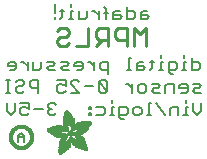
<source format=gbr>
G04 EAGLE Gerber RS-274X export*
G75*
%MOMM*%
%FSLAX34Y34*%
%LPD*%
%INSilkscreen Bottom*%
%IPPOS*%
%AMOC8*
5,1,8,0,0,1.08239X$1,22.5*%
G01*
%ADD10C,0.203200*%
%ADD11C,0.254000*%
%ADD12R,0.050800X0.006300*%
%ADD13R,0.082600X0.006400*%
%ADD14R,0.120600X0.006300*%
%ADD15R,0.139700X0.006400*%
%ADD16R,0.158800X0.006300*%
%ADD17R,0.177800X0.006400*%
%ADD18R,0.196800X0.006300*%
%ADD19R,0.215900X0.006400*%
%ADD20R,0.228600X0.006300*%
%ADD21R,0.241300X0.006400*%
%ADD22R,0.254000X0.006300*%
%ADD23R,0.266700X0.006400*%
%ADD24R,0.279400X0.006300*%
%ADD25R,0.285700X0.006400*%
%ADD26R,0.298400X0.006300*%
%ADD27R,0.311200X0.006400*%
%ADD28R,0.317500X0.006300*%
%ADD29R,0.330200X0.006400*%
%ADD30R,0.336600X0.006300*%
%ADD31R,0.349200X0.006400*%
%ADD32R,0.361900X0.006300*%
%ADD33R,0.368300X0.006400*%
%ADD34R,0.381000X0.006300*%
%ADD35R,0.387300X0.006400*%
%ADD36R,0.393700X0.006300*%
%ADD37R,0.406400X0.006400*%
%ADD38R,0.412700X0.006300*%
%ADD39R,0.419100X0.006400*%
%ADD40R,0.431800X0.006300*%
%ADD41R,0.438100X0.006400*%
%ADD42R,0.450800X0.006300*%
%ADD43R,0.457200X0.006400*%
%ADD44R,0.463500X0.006300*%
%ADD45R,0.476200X0.006400*%
%ADD46R,0.482600X0.006300*%
%ADD47R,0.488900X0.006400*%
%ADD48R,0.501600X0.006300*%
%ADD49R,0.508000X0.006400*%
%ADD50R,0.514300X0.006300*%
%ADD51R,0.527000X0.006400*%
%ADD52R,0.533400X0.006300*%
%ADD53R,0.546100X0.006400*%
%ADD54R,0.552400X0.006300*%
%ADD55R,0.558800X0.006400*%
%ADD56R,0.571500X0.006300*%
%ADD57R,0.577800X0.006400*%
%ADD58R,0.584200X0.006300*%
%ADD59R,0.596900X0.006400*%
%ADD60R,0.603200X0.006300*%
%ADD61R,0.609600X0.006400*%
%ADD62R,0.622300X0.006300*%
%ADD63R,0.628600X0.006400*%
%ADD64R,0.641300X0.006300*%
%ADD65R,0.647700X0.006400*%
%ADD66R,0.063500X0.006300*%
%ADD67R,0.654000X0.006300*%
%ADD68R,0.101600X0.006400*%
%ADD69R,0.666700X0.006400*%
%ADD70R,0.139700X0.006300*%
%ADD71R,0.673100X0.006300*%
%ADD72R,0.165100X0.006400*%
%ADD73R,0.679400X0.006400*%
%ADD74R,0.196900X0.006300*%
%ADD75R,0.692100X0.006300*%
%ADD76R,0.222200X0.006400*%
%ADD77R,0.698500X0.006400*%
%ADD78R,0.247700X0.006300*%
%ADD79R,0.704800X0.006300*%
%ADD80R,0.279400X0.006400*%
%ADD81R,0.717500X0.006400*%
%ADD82R,0.298500X0.006300*%
%ADD83R,0.723900X0.006300*%
%ADD84R,0.736600X0.006400*%
%ADD85R,0.342900X0.006300*%
%ADD86R,0.742900X0.006300*%
%ADD87R,0.374700X0.006400*%
%ADD88R,0.749300X0.006400*%
%ADD89R,0.762000X0.006300*%
%ADD90R,0.412700X0.006400*%
%ADD91R,0.768300X0.006400*%
%ADD92R,0.438100X0.006300*%
%ADD93R,0.774700X0.006300*%
%ADD94R,0.463600X0.006400*%
%ADD95R,0.787400X0.006400*%
%ADD96R,0.793700X0.006300*%
%ADD97R,0.495300X0.006400*%
%ADD98R,0.800100X0.006400*%
%ADD99R,0.520700X0.006300*%
%ADD100R,0.812800X0.006300*%
%ADD101R,0.533400X0.006400*%
%ADD102R,0.819100X0.006400*%
%ADD103R,0.558800X0.006300*%
%ADD104R,0.825500X0.006300*%
%ADD105R,0.577900X0.006400*%
%ADD106R,0.831800X0.006400*%
%ADD107R,0.596900X0.006300*%
%ADD108R,0.844500X0.006300*%
%ADD109R,0.616000X0.006400*%
%ADD110R,0.850900X0.006400*%
%ADD111R,0.635000X0.006300*%
%ADD112R,0.857200X0.006300*%
%ADD113R,0.654100X0.006400*%
%ADD114R,0.863600X0.006400*%
%ADD115R,0.666700X0.006300*%
%ADD116R,0.869900X0.006300*%
%ADD117R,0.685800X0.006400*%
%ADD118R,0.876300X0.006400*%
%ADD119R,0.882600X0.006300*%
%ADD120R,0.723900X0.006400*%
%ADD121R,0.889000X0.006400*%
%ADD122R,0.895300X0.006300*%
%ADD123R,0.755700X0.006400*%
%ADD124R,0.901700X0.006400*%
%ADD125R,0.908000X0.006300*%
%ADD126R,0.793800X0.006400*%
%ADD127R,0.914400X0.006400*%
%ADD128R,0.806400X0.006300*%
%ADD129R,0.920700X0.006300*%
%ADD130R,0.825500X0.006400*%
%ADD131R,0.927100X0.006400*%
%ADD132R,0.933400X0.006300*%
%ADD133R,0.857300X0.006400*%
%ADD134R,0.939800X0.006400*%
%ADD135R,0.870000X0.006300*%
%ADD136R,0.939800X0.006300*%
%ADD137R,0.946100X0.006400*%
%ADD138R,0.952500X0.006300*%
%ADD139R,0.908000X0.006400*%
%ADD140R,0.958800X0.006400*%
%ADD141R,0.965200X0.006300*%
%ADD142R,0.965200X0.006400*%
%ADD143R,0.971500X0.006300*%
%ADD144R,0.952500X0.006400*%
%ADD145R,0.977900X0.006400*%
%ADD146R,0.958800X0.006300*%
%ADD147R,0.984200X0.006300*%
%ADD148R,0.971500X0.006400*%
%ADD149R,0.984200X0.006400*%
%ADD150R,0.990600X0.006300*%
%ADD151R,0.984300X0.006400*%
%ADD152R,0.996900X0.006400*%
%ADD153R,0.997000X0.006300*%
%ADD154R,0.996900X0.006300*%
%ADD155R,1.003300X0.006400*%
%ADD156R,1.016000X0.006300*%
%ADD157R,1.009600X0.006300*%
%ADD158R,1.016000X0.006400*%
%ADD159R,1.009600X0.006400*%
%ADD160R,1.022300X0.006300*%
%ADD161R,1.028700X0.006400*%
%ADD162R,1.035100X0.006300*%
%ADD163R,1.047800X0.006400*%
%ADD164R,1.054100X0.006300*%
%ADD165R,1.028700X0.006300*%
%ADD166R,1.054100X0.006400*%
%ADD167R,1.035000X0.006400*%
%ADD168R,1.060400X0.006300*%
%ADD169R,1.035000X0.006300*%
%ADD170R,1.060500X0.006400*%
%ADD171R,1.041400X0.006400*%
%ADD172R,1.066800X0.006300*%
%ADD173R,1.041400X0.006300*%
%ADD174R,1.079500X0.006400*%
%ADD175R,1.047700X0.006400*%
%ADD176R,1.085900X0.006300*%
%ADD177R,1.047700X0.006300*%
%ADD178R,1.085800X0.006400*%
%ADD179R,1.092200X0.006300*%
%ADD180R,1.085900X0.006400*%
%ADD181R,1.098600X0.006300*%
%ADD182R,1.098600X0.006400*%
%ADD183R,1.060400X0.006400*%
%ADD184R,1.104900X0.006300*%
%ADD185R,1.104900X0.006400*%
%ADD186R,1.066800X0.006400*%
%ADD187R,1.111200X0.006300*%
%ADD188R,1.117600X0.006400*%
%ADD189R,1.117600X0.006300*%
%ADD190R,1.073100X0.006300*%
%ADD191R,1.073100X0.006400*%
%ADD192R,1.124000X0.006300*%
%ADD193R,1.079500X0.006300*%
%ADD194R,1.123900X0.006400*%
%ADD195R,1.130300X0.006300*%
%ADD196R,1.130300X0.006400*%
%ADD197R,1.136700X0.006400*%
%ADD198R,1.136700X0.006300*%
%ADD199R,1.085800X0.006300*%
%ADD200R,1.136600X0.006400*%
%ADD201R,1.136600X0.006300*%
%ADD202R,1.143000X0.006400*%
%ADD203R,1.143000X0.006300*%
%ADD204R,1.149400X0.006300*%
%ADD205R,1.149300X0.006300*%
%ADD206R,1.149300X0.006400*%
%ADD207R,1.149400X0.006400*%
%ADD208R,1.155700X0.006400*%
%ADD209R,1.155700X0.006300*%
%ADD210R,1.060500X0.006300*%
%ADD211R,2.197100X0.006400*%
%ADD212R,2.197100X0.006300*%
%ADD213R,2.184400X0.006300*%
%ADD214R,2.184400X0.006400*%
%ADD215R,2.171700X0.006400*%
%ADD216R,2.171700X0.006300*%
%ADD217R,1.530300X0.006400*%
%ADD218R,1.505000X0.006300*%
%ADD219R,1.492300X0.006400*%
%ADD220R,1.485900X0.006300*%
%ADD221R,0.565200X0.006300*%
%ADD222R,1.473200X0.006400*%
%ADD223R,0.565200X0.006400*%
%ADD224R,1.460500X0.006300*%
%ADD225R,1.454100X0.006400*%
%ADD226R,0.552400X0.006400*%
%ADD227R,1.441500X0.006300*%
%ADD228R,0.546100X0.006300*%
%ADD229R,1.435100X0.006400*%
%ADD230R,0.539800X0.006400*%
%ADD231R,1.428800X0.006300*%
%ADD232R,1.422400X0.006400*%
%ADD233R,1.409700X0.006300*%
%ADD234R,0.527100X0.006300*%
%ADD235R,1.403300X0.006400*%
%ADD236R,0.527100X0.006400*%
%ADD237R,1.390700X0.006300*%
%ADD238R,1.384300X0.006400*%
%ADD239R,0.520700X0.006400*%
%ADD240R,1.384300X0.006300*%
%ADD241R,0.514400X0.006300*%
%ADD242R,1.371600X0.006400*%
%ADD243R,1.365200X0.006300*%
%ADD244R,0.508000X0.006300*%
%ADD245R,1.352600X0.006400*%
%ADD246R,0.501700X0.006400*%
%ADD247R,0.711200X0.006300*%
%ADD248R,0.603300X0.006300*%
%ADD249R,0.501700X0.006300*%
%ADD250R,0.692100X0.006400*%
%ADD251R,0.571500X0.006400*%
%ADD252R,0.679400X0.006300*%
%ADD253R,0.495300X0.006300*%
%ADD254R,0.673100X0.006400*%
%ADD255R,0.666800X0.006300*%
%ADD256R,0.488900X0.006300*%
%ADD257R,0.660400X0.006400*%
%ADD258R,0.482600X0.006400*%
%ADD259R,0.476200X0.006300*%
%ADD260R,0.654000X0.006400*%
%ADD261R,0.469900X0.006400*%
%ADD262R,0.476300X0.006400*%
%ADD263R,0.647700X0.006300*%
%ADD264R,0.457200X0.006300*%
%ADD265R,0.469900X0.006300*%
%ADD266R,0.641300X0.006400*%
%ADD267R,0.444500X0.006400*%
%ADD268R,0.463600X0.006300*%
%ADD269R,0.635000X0.006400*%
%ADD270R,0.463500X0.006400*%
%ADD271R,0.393700X0.006400*%
%ADD272R,0.450800X0.006400*%
%ADD273R,0.628600X0.006300*%
%ADD274R,0.387400X0.006300*%
%ADD275R,0.450900X0.006300*%
%ADD276R,0.628700X0.006400*%
%ADD277R,0.374600X0.006400*%
%ADD278R,0.368300X0.006300*%
%ADD279R,0.438200X0.006300*%
%ADD280R,0.622300X0.006400*%
%ADD281R,0.355600X0.006400*%
%ADD282R,0.431800X0.006400*%
%ADD283R,0.349300X0.006300*%
%ADD284R,0.425400X0.006300*%
%ADD285R,0.615900X0.006300*%
%ADD286R,0.330200X0.006300*%
%ADD287R,0.419100X0.006300*%
%ADD288R,0.616000X0.006300*%
%ADD289R,0.311200X0.006300*%
%ADD290R,0.406400X0.006300*%
%ADD291R,0.615900X0.006400*%
%ADD292R,0.304800X0.006400*%
%ADD293R,0.158800X0.006400*%
%ADD294R,0.609600X0.006300*%
%ADD295R,0.292100X0.006300*%
%ADD296R,0.235000X0.006300*%
%ADD297R,0.387400X0.006400*%
%ADD298R,0.292100X0.006400*%
%ADD299R,0.336500X0.006300*%
%ADD300R,0.260400X0.006300*%
%ADD301R,0.603300X0.006400*%
%ADD302R,0.260400X0.006400*%
%ADD303R,0.362000X0.006400*%
%ADD304R,0.450900X0.006400*%
%ADD305R,0.355600X0.006300*%
%ADD306R,0.342900X0.006400*%
%ADD307R,0.514300X0.006400*%
%ADD308R,0.234900X0.006300*%
%ADD309R,0.539700X0.006300*%
%ADD310R,0.603200X0.006400*%
%ADD311R,0.234900X0.006400*%
%ADD312R,0.920700X0.006400*%
%ADD313R,0.958900X0.006400*%
%ADD314R,0.215900X0.006300*%
%ADD315R,0.209600X0.006400*%
%ADD316R,0.203200X0.006300*%
%ADD317R,1.003300X0.006300*%
%ADD318R,0.203200X0.006400*%
%ADD319R,0.196900X0.006400*%
%ADD320R,0.190500X0.006300*%
%ADD321R,0.190500X0.006400*%
%ADD322R,0.184200X0.006300*%
%ADD323R,0.590500X0.006400*%
%ADD324R,0.184200X0.006400*%
%ADD325R,0.590500X0.006300*%
%ADD326R,0.177800X0.006300*%
%ADD327R,0.584200X0.006400*%
%ADD328R,1.168400X0.006400*%
%ADD329R,0.171500X0.006300*%
%ADD330R,1.187500X0.006300*%
%ADD331R,1.200100X0.006400*%
%ADD332R,0.577800X0.006300*%
%ADD333R,1.212900X0.006300*%
%ADD334R,1.231900X0.006400*%
%ADD335R,1.250900X0.006300*%
%ADD336R,0.565100X0.006400*%
%ADD337R,0.184100X0.006400*%
%ADD338R,1.263700X0.006400*%
%ADD339R,0.565100X0.006300*%
%ADD340R,1.289100X0.006300*%
%ADD341R,1.314400X0.006400*%
%ADD342R,0.552500X0.006300*%
%ADD343R,1.568500X0.006300*%
%ADD344R,0.552500X0.006400*%
%ADD345R,1.581200X0.006400*%
%ADD346R,1.593800X0.006300*%
%ADD347R,1.606500X0.006400*%
%ADD348R,1.619300X0.006300*%
%ADD349R,0.514400X0.006400*%
%ADD350R,1.638300X0.006400*%
%ADD351R,1.657300X0.006300*%
%ADD352R,2.209800X0.006400*%
%ADD353R,2.425700X0.006300*%
%ADD354R,2.470100X0.006400*%
%ADD355R,2.501900X0.006300*%
%ADD356R,2.533700X0.006400*%
%ADD357R,2.559000X0.006300*%
%ADD358R,2.584500X0.006400*%
%ADD359R,2.609900X0.006300*%
%ADD360R,2.628900X0.006400*%
%ADD361R,2.660600X0.006300*%
%ADD362R,2.673400X0.006400*%
%ADD363R,1.422400X0.006300*%
%ADD364R,1.200200X0.006300*%
%ADD365R,1.365300X0.006300*%
%ADD366R,1.365300X0.006400*%
%ADD367R,1.352500X0.006300*%
%ADD368R,1.098500X0.006300*%
%ADD369R,1.358900X0.006400*%
%ADD370R,1.352600X0.006300*%
%ADD371R,1.358900X0.006300*%
%ADD372R,1.371600X0.006300*%
%ADD373R,1.377900X0.006400*%
%ADD374R,1.397000X0.006400*%
%ADD375R,1.403300X0.006300*%
%ADD376R,0.914400X0.006300*%
%ADD377R,0.876300X0.006300*%
%ADD378R,0.374600X0.006300*%
%ADD379R,1.073200X0.006400*%
%ADD380R,0.374700X0.006300*%
%ADD381R,0.844600X0.006400*%
%ADD382R,0.844600X0.006300*%
%ADD383R,0.831900X0.006400*%
%ADD384R,1.092200X0.006400*%
%ADD385R,0.400000X0.006300*%
%ADD386R,0.819200X0.006400*%
%ADD387R,1.111300X0.006400*%
%ADD388R,0.812800X0.006400*%
%ADD389R,0.800100X0.006300*%
%ADD390R,0.476300X0.006300*%
%ADD391R,1.181100X0.006300*%
%ADD392R,0.501600X0.006400*%
%ADD393R,1.193800X0.006400*%
%ADD394R,0.781000X0.006400*%
%ADD395R,1.238200X0.006400*%
%ADD396R,0.781100X0.006300*%
%ADD397R,1.257300X0.006300*%
%ADD398R,1.295400X0.006400*%
%ADD399R,1.333500X0.006300*%
%ADD400R,0.774700X0.006400*%
%ADD401R,1.866900X0.006400*%
%ADD402R,0.209600X0.006300*%
%ADD403R,1.866900X0.006300*%
%ADD404R,0.768400X0.006400*%
%ADD405R,0.209500X0.006400*%
%ADD406R,1.860600X0.006400*%
%ADD407R,0.762000X0.006400*%
%ADD408R,0.768400X0.006300*%
%ADD409R,1.860600X0.006300*%
%ADD410R,1.860500X0.006400*%
%ADD411R,0.222300X0.006300*%
%ADD412R,1.854200X0.006300*%
%ADD413R,0.235000X0.006400*%
%ADD414R,1.854200X0.006400*%
%ADD415R,0.768300X0.006300*%
%ADD416R,0.260300X0.006400*%
%ADD417R,1.847800X0.006400*%
%ADD418R,0.266700X0.006300*%
%ADD419R,1.847800X0.006300*%
%ADD420R,0.273100X0.006400*%
%ADD421R,1.841500X0.006400*%
%ADD422R,0.285800X0.006300*%
%ADD423R,1.841500X0.006300*%
%ADD424R,0.298500X0.006400*%
%ADD425R,1.835100X0.006400*%
%ADD426R,0.781000X0.006300*%
%ADD427R,0.304800X0.006300*%
%ADD428R,1.835100X0.006300*%
%ADD429R,0.317500X0.006400*%
%ADD430R,1.828800X0.006400*%
%ADD431R,0.787400X0.006300*%
%ADD432R,0.323800X0.006300*%
%ADD433R,1.828800X0.006300*%
%ADD434R,0.793700X0.006400*%
%ADD435R,1.822400X0.006400*%
%ADD436R,0.806500X0.006300*%
%ADD437R,1.822400X0.006300*%
%ADD438R,1.816100X0.006400*%
%ADD439R,0.819100X0.006300*%
%ADD440R,0.387300X0.006300*%
%ADD441R,1.816100X0.006300*%
%ADD442R,1.809800X0.006400*%
%ADD443R,1.803400X0.006300*%
%ADD444R,1.797000X0.006400*%
%ADD445R,0.901700X0.006300*%
%ADD446R,1.797000X0.006300*%
%ADD447R,1.441400X0.006400*%
%ADD448R,1.790700X0.006400*%
%ADD449R,1.447800X0.006300*%
%ADD450R,1.784300X0.006300*%
%ADD451R,1.447800X0.006400*%
%ADD452R,1.784300X0.006400*%
%ADD453R,1.454100X0.006300*%
%ADD454R,1.771700X0.006300*%
%ADD455R,1.460500X0.006400*%
%ADD456R,1.759000X0.006400*%
%ADD457R,1.466800X0.006300*%
%ADD458R,1.752600X0.006300*%
%ADD459R,1.466800X0.006400*%
%ADD460R,1.739900X0.006400*%
%ADD461R,1.473200X0.006300*%
%ADD462R,1.727200X0.006300*%
%ADD463R,1.479500X0.006400*%
%ADD464R,1.714500X0.006400*%
%ADD465R,1.695400X0.006300*%
%ADD466R,1.485900X0.006400*%
%ADD467R,1.682700X0.006400*%
%ADD468R,1.492200X0.006300*%
%ADD469R,1.663700X0.006300*%
%ADD470R,1.498600X0.006400*%
%ADD471R,1.644600X0.006400*%
%ADD472R,1.498600X0.006300*%
%ADD473R,1.619200X0.006300*%
%ADD474R,1.511300X0.006400*%
%ADD475R,1.600200X0.006400*%
%ADD476R,1.517700X0.006300*%
%ADD477R,1.574800X0.006300*%
%ADD478R,1.524000X0.006400*%
%ADD479R,1.555800X0.006400*%
%ADD480R,1.524000X0.006300*%
%ADD481R,1.536700X0.006300*%
%ADD482R,1.530400X0.006400*%
%ADD483R,1.517700X0.006400*%
%ADD484R,1.492300X0.006300*%
%ADD485R,1.549400X0.006400*%
%ADD486R,1.479600X0.006400*%
%ADD487R,1.549400X0.006300*%
%ADD488R,1.555700X0.006400*%
%ADD489R,1.562100X0.006300*%
%ADD490R,0.323900X0.006300*%
%ADD491R,1.568400X0.006400*%
%ADD492R,0.336600X0.006400*%
%ADD493R,1.587500X0.006300*%
%ADD494R,0.971600X0.006300*%
%ADD495R,0.349300X0.006400*%
%ADD496R,1.600200X0.006300*%
%ADD497R,0.920800X0.006300*%
%ADD498R,0.882700X0.006400*%
%ADD499R,1.612900X0.006300*%
%ADD500R,0.362000X0.006300*%
%ADD501R,1.625600X0.006400*%
%ADD502R,1.625600X0.006300*%
%ADD503R,1.644600X0.006300*%
%ADD504R,0.736600X0.006300*%
%ADD505R,0.717600X0.006400*%
%ADD506R,1.657400X0.006300*%
%ADD507R,0.679500X0.006300*%
%ADD508R,1.663700X0.006400*%
%ADD509R,0.400000X0.006400*%
%ADD510R,1.676400X0.006300*%
%ADD511R,1.676400X0.006400*%
%ADD512R,0.425500X0.006400*%
%ADD513R,1.352500X0.006400*%
%ADD514R,0.444500X0.006300*%
%ADD515R,0.361900X0.006400*%
%ADD516R,0.088900X0.006300*%
%ADD517R,1.009700X0.006300*%
%ADD518R,1.009700X0.006400*%
%ADD519R,1.022300X0.006400*%
%ADD520R,1.346200X0.006400*%
%ADD521R,1.346200X0.006300*%
%ADD522R,1.339900X0.006400*%
%ADD523R,1.035100X0.006400*%
%ADD524R,1.339800X0.006300*%
%ADD525R,1.333500X0.006400*%
%ADD526R,1.327200X0.006400*%
%ADD527R,1.320800X0.006300*%
%ADD528R,1.314500X0.006400*%
%ADD529R,1.314400X0.006300*%
%ADD530R,1.301700X0.006400*%
%ADD531R,1.295400X0.006300*%
%ADD532R,1.289000X0.006400*%
%ADD533R,1.276300X0.006300*%
%ADD534R,1.251000X0.006300*%
%ADD535R,1.244600X0.006400*%
%ADD536R,1.231900X0.006300*%
%ADD537R,1.212800X0.006400*%
%ADD538R,1.200100X0.006300*%
%ADD539R,1.187400X0.006400*%
%ADD540R,1.168400X0.006300*%
%ADD541R,1.047800X0.006300*%
%ADD542R,0.977900X0.006300*%
%ADD543R,0.946200X0.006400*%
%ADD544R,0.933400X0.006400*%
%ADD545R,0.895300X0.006400*%
%ADD546R,0.882700X0.006300*%
%ADD547R,0.863600X0.006300*%
%ADD548R,0.857200X0.006400*%
%ADD549R,0.850900X0.006300*%
%ADD550R,0.838200X0.006300*%
%ADD551R,0.806500X0.006400*%
%ADD552R,0.717600X0.006300*%
%ADD553R,0.711200X0.006400*%
%ADD554R,0.641400X0.006400*%
%ADD555R,0.641400X0.006300*%
%ADD556R,0.628700X0.006300*%
%ADD557R,0.590600X0.006300*%
%ADD558R,0.539700X0.006400*%
%ADD559R,0.285700X0.006300*%
%ADD560R,0.222200X0.006300*%
%ADD561R,0.171400X0.006300*%
%ADD562R,0.152400X0.006400*%
%ADD563R,0.133400X0.006300*%
%ADD564C,0.304800*%


D10*
X164573Y117103D02*
X164573Y106426D01*
X169911Y106426D01*
X171691Y108206D01*
X171691Y111765D01*
X169911Y113544D01*
X164573Y113544D01*
X159997Y113544D02*
X158217Y113544D01*
X158217Y106426D01*
X156438Y106426D02*
X159997Y106426D01*
X158217Y117103D02*
X158217Y118883D01*
X148642Y102867D02*
X146862Y102867D01*
X145083Y104647D01*
X145083Y113544D01*
X150422Y113544D01*
X152201Y111765D01*
X152201Y108206D01*
X150422Y106426D01*
X145083Y106426D01*
X140507Y113544D02*
X138728Y113544D01*
X138728Y106426D01*
X140507Y106426D02*
X136948Y106426D01*
X138728Y117103D02*
X138728Y118883D01*
X130932Y115324D02*
X130932Y108206D01*
X129152Y106426D01*
X129152Y113544D02*
X132711Y113544D01*
X123136Y113544D02*
X119577Y113544D01*
X117797Y111765D01*
X117797Y106426D01*
X123136Y106426D01*
X124915Y108206D01*
X123136Y109985D01*
X117797Y109985D01*
X113221Y117103D02*
X111442Y117103D01*
X111442Y106426D01*
X113221Y106426D02*
X109662Y106426D01*
X93731Y102867D02*
X93731Y113544D01*
X88393Y113544D01*
X86613Y111765D01*
X86613Y108206D01*
X88393Y106426D01*
X93731Y106426D01*
X82037Y106426D02*
X82037Y113544D01*
X82037Y109985D02*
X78478Y113544D01*
X76699Y113544D01*
X70513Y106426D02*
X66954Y106426D01*
X70513Y106426D02*
X72292Y108206D01*
X72292Y111765D01*
X70513Y113544D01*
X66954Y113544D01*
X65174Y111765D01*
X65174Y109985D01*
X72292Y109985D01*
X60598Y106426D02*
X55260Y106426D01*
X53480Y108206D01*
X55260Y109985D01*
X58819Y109985D01*
X60598Y111765D01*
X58819Y113544D01*
X53480Y113544D01*
X48904Y106426D02*
X43566Y106426D01*
X41786Y108206D01*
X43566Y109985D01*
X47125Y109985D01*
X48904Y111765D01*
X47125Y113544D01*
X41786Y113544D01*
X37210Y113544D02*
X37210Y108206D01*
X35431Y106426D01*
X30092Y106426D01*
X30092Y113544D01*
X25516Y113544D02*
X25516Y106426D01*
X25516Y109985D02*
X21957Y113544D01*
X20178Y113544D01*
X13992Y106426D02*
X10433Y106426D01*
X13992Y106426D02*
X15771Y108206D01*
X15771Y111765D01*
X13992Y113544D01*
X10433Y113544D01*
X8653Y111765D01*
X8653Y109985D01*
X15771Y109985D01*
X167327Y87376D02*
X172665Y87376D01*
X167327Y87376D02*
X165547Y89156D01*
X167327Y90935D01*
X170886Y90935D01*
X172665Y92715D01*
X170886Y94494D01*
X165547Y94494D01*
X159192Y87376D02*
X155633Y87376D01*
X159192Y87376D02*
X160971Y89156D01*
X160971Y92715D01*
X159192Y94494D01*
X155633Y94494D01*
X153853Y92715D01*
X153853Y90935D01*
X160971Y90935D01*
X149278Y87376D02*
X149278Y94494D01*
X143939Y94494D01*
X142159Y92715D01*
X142159Y87376D01*
X137584Y87376D02*
X132245Y87376D01*
X130465Y89156D01*
X132245Y90935D01*
X135804Y90935D01*
X137584Y92715D01*
X135804Y94494D01*
X130465Y94494D01*
X124110Y87376D02*
X120551Y87376D01*
X118772Y89156D01*
X118772Y92715D01*
X120551Y94494D01*
X124110Y94494D01*
X125890Y92715D01*
X125890Y89156D01*
X124110Y87376D01*
X114196Y87376D02*
X114196Y94494D01*
X114196Y90935D02*
X110637Y94494D01*
X108857Y94494D01*
X92757Y96274D02*
X92757Y89156D01*
X92757Y96274D02*
X90977Y98053D01*
X87418Y98053D01*
X85639Y96274D01*
X85639Y89156D01*
X87418Y87376D01*
X90977Y87376D01*
X92757Y89156D01*
X85639Y96274D01*
X81063Y92715D02*
X73945Y92715D01*
X69369Y87376D02*
X62251Y87376D01*
X69369Y87376D02*
X62251Y94494D01*
X62251Y96274D01*
X64030Y98053D01*
X67589Y98053D01*
X69369Y96274D01*
X57675Y98053D02*
X50557Y98053D01*
X57675Y98053D02*
X57675Y92715D01*
X54116Y94494D01*
X52336Y94494D01*
X50557Y92715D01*
X50557Y89156D01*
X52336Y87376D01*
X55895Y87376D01*
X57675Y89156D01*
X34287Y87376D02*
X34287Y98053D01*
X28948Y98053D01*
X27169Y96274D01*
X27169Y92715D01*
X28948Y90935D01*
X34287Y90935D01*
X17254Y98053D02*
X15475Y96274D01*
X17254Y98053D02*
X20813Y98053D01*
X22593Y96274D01*
X22593Y94494D01*
X20813Y92715D01*
X17254Y92715D01*
X15475Y90935D01*
X15475Y89156D01*
X17254Y87376D01*
X20813Y87376D01*
X22593Y89156D01*
X10899Y87376D02*
X7340Y87376D01*
X9119Y87376D02*
X9119Y98053D01*
X7340Y98053D02*
X10899Y98053D01*
X172665Y79003D02*
X172665Y71885D01*
X169106Y68326D01*
X165547Y71885D01*
X165547Y79003D01*
X160971Y75444D02*
X159192Y75444D01*
X159192Y68326D01*
X160971Y68326D02*
X157412Y68326D01*
X159192Y79003D02*
X159192Y80783D01*
X153176Y75444D02*
X153176Y68326D01*
X153176Y75444D02*
X147837Y75444D01*
X146057Y73665D01*
X146057Y68326D01*
X141482Y68326D02*
X134363Y79003D01*
X129788Y79003D02*
X128008Y79003D01*
X128008Y68326D01*
X126229Y68326D02*
X129788Y68326D01*
X120212Y68326D02*
X116653Y68326D01*
X114874Y70106D01*
X114874Y73665D01*
X116653Y75444D01*
X120212Y75444D01*
X121992Y73665D01*
X121992Y70106D01*
X120212Y68326D01*
X106739Y64767D02*
X104959Y64767D01*
X103180Y66547D01*
X103180Y75444D01*
X108518Y75444D01*
X110298Y73665D01*
X110298Y70106D01*
X108518Y68326D01*
X103180Y68326D01*
X98604Y75444D02*
X96824Y75444D01*
X96824Y68326D01*
X95045Y68326D02*
X98604Y68326D01*
X96824Y79003D02*
X96824Y80783D01*
X89028Y75444D02*
X83690Y75444D01*
X89028Y75444D02*
X90808Y73665D01*
X90808Y70106D01*
X89028Y68326D01*
X83690Y68326D01*
X79114Y75444D02*
X77334Y75444D01*
X77334Y73665D01*
X79114Y73665D01*
X79114Y75444D01*
X79114Y70106D02*
X77334Y70106D01*
X77334Y68326D01*
X79114Y68326D01*
X79114Y70106D01*
X49879Y77224D02*
X48099Y79003D01*
X44540Y79003D01*
X42761Y77224D01*
X42761Y75444D01*
X44540Y73665D01*
X46320Y73665D01*
X44540Y73665D02*
X42761Y71885D01*
X42761Y70106D01*
X44540Y68326D01*
X48099Y68326D01*
X49879Y70106D01*
X38185Y73665D02*
X31067Y73665D01*
X26491Y79003D02*
X19373Y79003D01*
X26491Y79003D02*
X26491Y73665D01*
X22932Y75444D01*
X21152Y75444D01*
X19373Y73665D01*
X19373Y70106D01*
X21152Y68326D01*
X24711Y68326D01*
X26491Y70106D01*
X14797Y71885D02*
X14797Y79003D01*
X14797Y71885D02*
X11238Y68326D01*
X7679Y71885D01*
X7679Y79003D01*
X123179Y156724D02*
X126738Y156724D01*
X123179Y156724D02*
X121399Y154945D01*
X121399Y149606D01*
X126738Y149606D01*
X128517Y151386D01*
X126738Y153165D01*
X121399Y153165D01*
X109705Y149606D02*
X109705Y160283D01*
X109705Y149606D02*
X115044Y149606D01*
X116824Y151386D01*
X116824Y154945D01*
X115044Y156724D01*
X109705Y156724D01*
X103350Y156724D02*
X99791Y156724D01*
X98011Y154945D01*
X98011Y149606D01*
X103350Y149606D01*
X105130Y151386D01*
X103350Y153165D01*
X98011Y153165D01*
X91656Y149606D02*
X91656Y158504D01*
X89877Y160283D01*
X89877Y154945D02*
X93436Y154945D01*
X85640Y156724D02*
X85640Y149606D01*
X85640Y153165D02*
X82081Y156724D01*
X80301Y156724D01*
X75895Y156724D02*
X75895Y151386D01*
X74115Y149606D01*
X68777Y149606D01*
X68777Y156724D01*
X64201Y156724D02*
X62421Y156724D01*
X62421Y149606D01*
X60642Y149606D02*
X64201Y149606D01*
X62421Y160283D02*
X62421Y162063D01*
X54625Y158504D02*
X54625Y151386D01*
X52846Y149606D01*
X52846Y156724D02*
X56405Y156724D01*
X48609Y151386D02*
X48609Y149606D01*
X48609Y154945D02*
X48609Y162063D01*
D11*
X126019Y142253D02*
X126019Y127000D01*
X120935Y137169D02*
X126019Y142253D01*
X120935Y137169D02*
X115850Y142253D01*
X115850Y127000D01*
X109647Y127000D02*
X109647Y142253D01*
X102021Y142253D01*
X99479Y139711D01*
X99479Y134627D01*
X102021Y132084D01*
X109647Y132084D01*
X93276Y127000D02*
X93276Y142253D01*
X85649Y142253D01*
X83107Y139711D01*
X83107Y134627D01*
X85649Y132084D01*
X93276Y132084D01*
X88192Y132084D02*
X83107Y127000D01*
X76904Y127000D02*
X76904Y142253D01*
X76904Y127000D02*
X66736Y127000D01*
X52906Y142253D02*
X50364Y139711D01*
X52906Y142253D02*
X57991Y142253D01*
X60533Y139711D01*
X60533Y137169D01*
X57991Y134627D01*
X52906Y134627D01*
X50364Y132084D01*
X50364Y129542D01*
X52906Y127000D01*
X57991Y127000D01*
X60533Y129542D01*
D12*
X53372Y34481D03*
D13*
X53340Y34544D03*
D14*
X53340Y34608D03*
D15*
X53372Y34671D03*
D16*
X53340Y34735D03*
D17*
X53372Y34798D03*
D18*
X53340Y34862D03*
D19*
X53372Y34925D03*
D20*
X53372Y34989D03*
D21*
X53436Y35052D03*
D22*
X53435Y35116D03*
D23*
X53499Y35179D03*
D24*
X53499Y35243D03*
D25*
X53531Y35306D03*
D26*
X53594Y35370D03*
D27*
X53594Y35433D03*
D28*
X53626Y35497D03*
D29*
X53689Y35560D03*
D30*
X53721Y35624D03*
D31*
X53721Y35687D03*
D32*
X53785Y35751D03*
D33*
X53817Y35814D03*
D34*
X53880Y35878D03*
D35*
X53912Y35941D03*
D36*
X53944Y36005D03*
D37*
X54007Y36068D03*
D38*
X54039Y36132D03*
D39*
X54071Y36195D03*
D40*
X54134Y36259D03*
D41*
X54166Y36322D03*
D42*
X54229Y36386D03*
D43*
X54261Y36449D03*
D44*
X54293Y36513D03*
D45*
X54356Y36576D03*
D46*
X54388Y36640D03*
D47*
X54420Y36703D03*
D48*
X54483Y36767D03*
D49*
X54515Y36830D03*
D50*
X54547Y36894D03*
D51*
X54610Y36957D03*
D52*
X54642Y37021D03*
D53*
X54706Y37084D03*
D54*
X54737Y37148D03*
D55*
X54769Y37211D03*
D56*
X54833Y37275D03*
D57*
X54864Y37338D03*
D58*
X54896Y37402D03*
D59*
X54960Y37465D03*
D60*
X54991Y37529D03*
D61*
X55023Y37592D03*
D62*
X55087Y37656D03*
D63*
X55118Y37719D03*
D64*
X55182Y37783D03*
D65*
X55214Y37846D03*
D66*
X75026Y37910D03*
D67*
X55245Y37910D03*
D68*
X75025Y37973D03*
D69*
X55309Y37973D03*
D70*
X74962Y38037D03*
D71*
X55341Y38037D03*
D72*
X74899Y38100D03*
D73*
X55372Y38100D03*
D74*
X74867Y38164D03*
D75*
X55436Y38164D03*
D76*
X74803Y38227D03*
D77*
X55468Y38227D03*
D78*
X74740Y38291D03*
D79*
X55499Y38291D03*
D80*
X74644Y38354D03*
D81*
X55563Y38354D03*
D82*
X74613Y38418D03*
D83*
X55595Y38418D03*
D29*
X74517Y38481D03*
D84*
X55658Y38481D03*
D85*
X74454Y38545D03*
D86*
X55690Y38545D03*
D87*
X74359Y38608D03*
D88*
X55722Y38608D03*
D36*
X74264Y38672D03*
D89*
X55785Y38672D03*
D90*
X74232Y38735D03*
D91*
X55817Y38735D03*
D92*
X74105Y38799D03*
D93*
X55849Y38799D03*
D94*
X74041Y38862D03*
D95*
X55912Y38862D03*
D46*
X73946Y38926D03*
D96*
X55944Y38926D03*
D97*
X73883Y38989D03*
D98*
X55976Y38989D03*
D99*
X73756Y39053D03*
D100*
X56039Y39053D03*
D101*
X73692Y39116D03*
D102*
X56071Y39116D03*
D103*
X73565Y39180D03*
D104*
X56103Y39180D03*
D105*
X73470Y39243D03*
D106*
X56134Y39243D03*
D107*
X73375Y39307D03*
D108*
X56198Y39307D03*
D109*
X73279Y39370D03*
D110*
X56230Y39370D03*
D111*
X73184Y39434D03*
D112*
X56261Y39434D03*
D113*
X73089Y39497D03*
D114*
X56293Y39497D03*
D115*
X72962Y39561D03*
D116*
X56325Y39561D03*
D117*
X72866Y39624D03*
D118*
X56357Y39624D03*
D79*
X72771Y39688D03*
D119*
X56388Y39688D03*
D120*
X72676Y39751D03*
D121*
X56420Y39751D03*
D86*
X72581Y39815D03*
D122*
X56452Y39815D03*
D123*
X72454Y39878D03*
D124*
X56484Y39878D03*
D93*
X72359Y39942D03*
D125*
X56515Y39942D03*
D126*
X72263Y40005D03*
D127*
X56547Y40005D03*
D128*
X72136Y40069D03*
D129*
X56579Y40069D03*
D130*
X72041Y40132D03*
D131*
X56611Y40132D03*
D108*
X71946Y40196D03*
D132*
X56642Y40196D03*
D133*
X71819Y40259D03*
D134*
X56674Y40259D03*
D135*
X71755Y40323D03*
D136*
X56674Y40323D03*
D121*
X71660Y40386D03*
D137*
X56706Y40386D03*
D122*
X71565Y40450D03*
D138*
X56738Y40450D03*
D139*
X71501Y40513D03*
D140*
X56769Y40513D03*
D129*
X71438Y40577D03*
D141*
X56801Y40577D03*
D131*
X71343Y40640D03*
D142*
X56801Y40640D03*
D136*
X71279Y40704D03*
D143*
X56833Y40704D03*
D144*
X71216Y40767D03*
D145*
X56865Y40767D03*
D146*
X71120Y40831D03*
D147*
X56896Y40831D03*
D148*
X71057Y40894D03*
D149*
X56896Y40894D03*
D147*
X70993Y40958D03*
D150*
X56928Y40958D03*
D151*
X70930Y41021D03*
D152*
X56960Y41021D03*
D153*
X70866Y41085D03*
D154*
X56960Y41085D03*
D155*
X70835Y41148D03*
X56992Y41148D03*
D156*
X70771Y41212D03*
D157*
X57023Y41212D03*
D158*
X70707Y41275D03*
D159*
X57023Y41275D03*
D160*
X70676Y41339D03*
D156*
X57055Y41339D03*
D161*
X70581Y41402D03*
D158*
X57055Y41402D03*
D162*
X70549Y41466D03*
D160*
X57087Y41466D03*
D163*
X70485Y41529D03*
D161*
X57119Y41529D03*
D164*
X70454Y41593D03*
D165*
X57119Y41593D03*
D166*
X70390Y41656D03*
D167*
X57150Y41656D03*
D168*
X70358Y41720D03*
D169*
X57150Y41720D03*
D170*
X70295Y41783D03*
D171*
X57182Y41783D03*
D172*
X70263Y41847D03*
D173*
X57182Y41847D03*
D174*
X70200Y41910D03*
D175*
X57214Y41910D03*
D176*
X70168Y41974D03*
D177*
X57214Y41974D03*
D178*
X70104Y42037D03*
D166*
X57246Y42037D03*
D179*
X70072Y42101D03*
D164*
X57246Y42101D03*
D180*
X70041Y42164D03*
D166*
X57246Y42164D03*
D181*
X69977Y42228D03*
D168*
X57277Y42228D03*
D182*
X69977Y42291D03*
D183*
X57277Y42291D03*
D184*
X69946Y42355D03*
D172*
X57309Y42355D03*
D185*
X69882Y42418D03*
D186*
X57309Y42418D03*
D187*
X69850Y42482D03*
D172*
X57309Y42482D03*
D188*
X69818Y42545D03*
D186*
X57309Y42545D03*
D189*
X69755Y42609D03*
D190*
X57341Y42609D03*
D188*
X69755Y42672D03*
D191*
X57341Y42672D03*
D192*
X69723Y42736D03*
D193*
X57373Y42736D03*
D194*
X69660Y42799D03*
D174*
X57373Y42799D03*
D195*
X69628Y42863D03*
D193*
X57373Y42863D03*
D196*
X69628Y42926D03*
D174*
X57373Y42926D03*
D195*
X69565Y42990D03*
D193*
X57373Y42990D03*
D197*
X69533Y43053D03*
D178*
X57404Y43053D03*
D198*
X69533Y43117D03*
D199*
X57404Y43117D03*
D200*
X69469Y43180D03*
D174*
X57436Y43180D03*
D201*
X69469Y43244D03*
D193*
X57436Y43244D03*
D202*
X69437Y43307D03*
D180*
X57468Y43307D03*
D203*
X69374Y43371D03*
D176*
X57468Y43371D03*
D202*
X69374Y43434D03*
D180*
X57468Y43434D03*
D204*
X69342Y43498D03*
D176*
X57468Y43498D03*
D202*
X69310Y43561D03*
D180*
X57468Y43561D03*
D205*
X69279Y43625D03*
D176*
X57468Y43625D03*
D206*
X69279Y43688D03*
D180*
X57468Y43688D03*
D204*
X69215Y43752D03*
D176*
X57468Y43752D03*
D207*
X69215Y43815D03*
D180*
X57468Y43815D03*
D204*
X69215Y43879D03*
D199*
X57531Y43879D03*
D206*
X69152Y43942D03*
D178*
X57531Y43942D03*
D205*
X69152Y44006D03*
D199*
X57531Y44006D03*
D208*
X69120Y44069D03*
D178*
X57531Y44069D03*
D204*
X69088Y44133D03*
D199*
X57531Y44133D03*
D207*
X69088Y44196D03*
D178*
X57531Y44196D03*
D209*
X69057Y44260D03*
D199*
X57531Y44260D03*
D206*
X69025Y44323D03*
D178*
X57531Y44323D03*
D205*
X69025Y44387D03*
D193*
X57563Y44387D03*
D208*
X68993Y44450D03*
D174*
X57563Y44450D03*
D204*
X68961Y44514D03*
D193*
X57563Y44514D03*
D207*
X68961Y44577D03*
D174*
X57563Y44577D03*
D204*
X68961Y44641D03*
D193*
X57563Y44641D03*
D206*
X68898Y44704D03*
D191*
X57595Y44704D03*
D205*
X68898Y44768D03*
D190*
X57595Y44768D03*
D206*
X68898Y44831D03*
D186*
X57563Y44831D03*
D204*
X68834Y44895D03*
D172*
X57563Y44895D03*
D207*
X68834Y44958D03*
D186*
X57563Y44958D03*
D204*
X68834Y45022D03*
D210*
X57595Y45022D03*
D202*
X68802Y45085D03*
D170*
X57595Y45085D03*
D205*
X68771Y45149D03*
D210*
X57595Y45149D03*
D206*
X68771Y45212D03*
D166*
X57627Y45212D03*
D203*
X68739Y45276D03*
D164*
X57627Y45276D03*
D207*
X68707Y45339D03*
D166*
X57627Y45339D03*
D204*
X68707Y45403D03*
D164*
X57627Y45403D03*
D211*
X63405Y45466D03*
D212*
X63405Y45530D03*
D211*
X63405Y45593D03*
D213*
X63405Y45657D03*
D214*
X63405Y45720D03*
D213*
X63405Y45784D03*
D215*
X63405Y45847D03*
D216*
X63405Y45911D03*
D217*
X66612Y45974D03*
D59*
X55595Y45974D03*
D218*
X66675Y46038D03*
D58*
X55531Y46038D03*
D219*
X66739Y46101D03*
D57*
X55499Y46101D03*
D220*
X66771Y46165D03*
D221*
X55499Y46165D03*
D222*
X66834Y46228D03*
D223*
X55499Y46228D03*
D224*
X66834Y46292D03*
D54*
X55499Y46292D03*
D225*
X66866Y46355D03*
D226*
X55499Y46355D03*
D227*
X66866Y46419D03*
D228*
X55531Y46419D03*
D229*
X66898Y46482D03*
D230*
X55499Y46482D03*
D231*
X66929Y46546D03*
D52*
X55531Y46546D03*
D232*
X66961Y46609D03*
D101*
X55531Y46609D03*
D233*
X66961Y46673D03*
D234*
X55563Y46673D03*
D235*
X66993Y46736D03*
D236*
X55563Y46736D03*
D237*
X66993Y46800D03*
D99*
X55595Y46800D03*
D238*
X67025Y46863D03*
D239*
X55595Y46863D03*
D240*
X67025Y46927D03*
D241*
X55626Y46927D03*
D242*
X67024Y46990D03*
D49*
X55658Y46990D03*
D243*
X67056Y47054D03*
D244*
X55658Y47054D03*
D245*
X67056Y47117D03*
D246*
X55690Y47117D03*
D247*
X70263Y47181D03*
D248*
X63310Y47181D03*
D249*
X55690Y47181D03*
D250*
X70295Y47244D03*
D251*
X63215Y47244D03*
D97*
X55722Y47244D03*
D252*
X70358Y47308D03*
D228*
X63151Y47308D03*
D253*
X55785Y47308D03*
D254*
X70327Y47371D03*
D101*
X63087Y47371D03*
D47*
X55817Y47371D03*
D255*
X70358Y47435D03*
D50*
X63056Y47435D03*
D256*
X55817Y47435D03*
D257*
X70390Y47498D03*
D97*
X63024Y47498D03*
D258*
X55848Y47498D03*
D67*
X70358Y47562D03*
D46*
X62960Y47562D03*
D259*
X55880Y47562D03*
D260*
X70358Y47625D03*
D261*
X62961Y47625D03*
D262*
X55944Y47625D03*
D263*
X70327Y47689D03*
D264*
X62897Y47689D03*
D265*
X55976Y47689D03*
D266*
X70295Y47752D03*
D267*
X62897Y47752D03*
D261*
X55976Y47752D03*
D64*
X70295Y47816D03*
D40*
X62833Y47816D03*
D268*
X56007Y47816D03*
D269*
X70263Y47879D03*
D39*
X62834Y47879D03*
D270*
X56071Y47879D03*
D111*
X70263Y47943D03*
D38*
X62802Y47943D03*
D264*
X56102Y47943D03*
D63*
X70231Y48006D03*
D271*
X62770Y48006D03*
D272*
X56134Y48006D03*
D273*
X70231Y48070D03*
D274*
X62738Y48070D03*
D275*
X56198Y48070D03*
D276*
X70168Y48133D03*
D277*
X62738Y48133D03*
D267*
X56230Y48133D03*
D62*
X70136Y48197D03*
D278*
X62707Y48197D03*
D279*
X56261Y48197D03*
D280*
X70136Y48260D03*
D281*
X62706Y48260D03*
D282*
X56356Y48260D03*
D62*
X70073Y48324D03*
D283*
X62675Y48324D03*
D284*
X56388Y48324D03*
D280*
X70073Y48387D03*
D29*
X62643Y48387D03*
D39*
X56420Y48387D03*
D285*
X70041Y48451D03*
D286*
X62643Y48451D03*
D287*
X56484Y48451D03*
D109*
X69977Y48514D03*
D27*
X62611Y48514D03*
D37*
X56547Y48514D03*
D288*
X69977Y48578D03*
D289*
X62611Y48578D03*
D290*
X56610Y48578D03*
D291*
X69914Y48641D03*
D292*
X62579Y48641D03*
D271*
X56674Y48641D03*
D293*
X52705Y48641D03*
D294*
X69882Y48705D03*
D295*
X62580Y48705D03*
D36*
X56738Y48705D03*
D296*
X52705Y48705D03*
D109*
X69850Y48768D03*
D25*
X62548Y48768D03*
D297*
X56769Y48768D03*
D298*
X52674Y48768D03*
D285*
X69787Y48832D03*
D24*
X62516Y48832D03*
D34*
X56864Y48832D03*
D299*
X52642Y48832D03*
D61*
X69755Y48895D03*
D23*
X62516Y48895D03*
D277*
X56896Y48895D03*
D87*
X52642Y48895D03*
D294*
X69691Y48959D03*
D300*
X62484Y48959D03*
D278*
X56992Y48959D03*
D38*
X52642Y48959D03*
D301*
X69660Y49022D03*
D302*
X62484Y49022D03*
D303*
X57023Y49022D03*
D304*
X52642Y49022D03*
D294*
X69628Y49086D03*
D22*
X62452Y49086D03*
D305*
X57118Y49086D03*
D46*
X52673Y49086D03*
D61*
X69564Y49149D03*
D21*
X62453Y49149D03*
D306*
X57182Y49149D03*
D307*
X52642Y49149D03*
D248*
X69533Y49213D03*
D308*
X62421Y49213D03*
D85*
X57246Y49213D03*
D309*
X52642Y49213D03*
D310*
X69469Y49276D03*
D311*
X62421Y49276D03*
D312*
X54420Y49276D03*
D248*
X69406Y49340D03*
D20*
X62389Y49340D03*
D132*
X54356Y49340D03*
D310*
X69342Y49403D03*
D19*
X62389Y49403D03*
D313*
X54293Y49403D03*
D107*
X69311Y49467D03*
D314*
X62389Y49467D03*
D141*
X54261Y49467D03*
D59*
X69247Y49530D03*
D315*
X62357Y49530D03*
D149*
X54229Y49530D03*
D107*
X69184Y49594D03*
D316*
X62325Y49594D03*
D317*
X54198Y49594D03*
D59*
X69120Y49657D03*
D318*
X62325Y49657D03*
D158*
X54134Y49657D03*
D107*
X69057Y49721D03*
D74*
X62294Y49721D03*
D169*
X54102Y49721D03*
D59*
X68993Y49784D03*
D319*
X62294Y49784D03*
D163*
X54102Y49784D03*
D107*
X68930Y49848D03*
D320*
X62262Y49848D03*
D172*
X54070Y49848D03*
D59*
X68866Y49911D03*
D321*
X62262Y49911D03*
D191*
X54039Y49911D03*
D107*
X68803Y49975D03*
D322*
X62230Y49975D03*
D179*
X54007Y49975D03*
D323*
X68771Y50038D03*
D324*
X62230Y50038D03*
D185*
X54007Y50038D03*
D325*
X68644Y50102D03*
D326*
X62198Y50102D03*
D192*
X53975Y50102D03*
D327*
X68612Y50165D03*
D17*
X62198Y50165D03*
D200*
X53975Y50165D03*
D325*
X68517Y50229D03*
D326*
X62198Y50229D03*
D209*
X53944Y50229D03*
D327*
X68421Y50292D03*
D17*
X62198Y50292D03*
D328*
X53943Y50292D03*
D58*
X68358Y50356D03*
D329*
X62167Y50356D03*
D330*
X53912Y50356D03*
D105*
X68263Y50419D03*
D17*
X62135Y50419D03*
D331*
X53912Y50419D03*
D332*
X68199Y50483D03*
D326*
X62135Y50483D03*
D333*
X53912Y50483D03*
D57*
X68072Y50546D03*
D324*
X62103Y50546D03*
D334*
X53880Y50546D03*
D56*
X67977Y50610D03*
D322*
X62103Y50610D03*
D335*
X53912Y50610D03*
D336*
X67882Y50673D03*
D337*
X62040Y50673D03*
D338*
X53912Y50673D03*
D339*
X67755Y50737D03*
D74*
X62040Y50737D03*
D340*
X53912Y50737D03*
D55*
X67659Y50800D03*
D315*
X61976Y50800D03*
D341*
X53975Y50800D03*
D342*
X67501Y50864D03*
D343*
X55182Y50864D03*
D344*
X67374Y50927D03*
D345*
X55118Y50927D03*
D52*
X67215Y50991D03*
D346*
X55118Y50991D03*
D101*
X67024Y51054D03*
D347*
X55055Y51054D03*
D99*
X66898Y51118D03*
D348*
X55055Y51118D03*
D349*
X66675Y51181D03*
D350*
X55023Y51181D03*
D99*
X66453Y51245D03*
D351*
X55055Y51245D03*
D352*
X57753Y51308D03*
D353*
X58706Y51372D03*
D354*
X58865Y51435D03*
D355*
X58960Y51499D03*
D356*
X58992Y51562D03*
D357*
X59055Y51626D03*
D358*
X59119Y51689D03*
D359*
X59119Y51753D03*
D360*
X59151Y51816D03*
D361*
X59182Y51880D03*
D362*
X59182Y51943D03*
D363*
X65627Y52007D03*
D364*
X51689Y52007D03*
D238*
X65882Y52070D03*
D208*
X51404Y52070D03*
D365*
X66104Y52134D03*
D192*
X51181Y52134D03*
D366*
X66231Y52197D03*
D188*
X51022Y52197D03*
D367*
X66358Y52261D03*
D368*
X50864Y52261D03*
D369*
X66453Y52324D03*
D180*
X50737Y52324D03*
D370*
X66548Y52388D03*
D193*
X50578Y52388D03*
D369*
X66644Y52451D03*
D186*
X50451Y52451D03*
D371*
X66707Y52515D03*
D210*
X50356Y52515D03*
D242*
X66770Y52578D03*
D170*
X50229Y52578D03*
D372*
X66834Y52642D03*
D164*
X50134Y52642D03*
D373*
X66866Y52705D03*
D183*
X50038Y52705D03*
D240*
X66898Y52769D03*
D164*
X49943Y52769D03*
D374*
X66961Y52832D03*
D170*
X49848Y52832D03*
D375*
X66993Y52896D03*
D164*
X49753Y52896D03*
D134*
X69374Y52959D03*
D37*
X62008Y52959D03*
D166*
X49689Y52959D03*
D376*
X69564Y53023D03*
D36*
X61881Y53023D03*
D210*
X49594Y53023D03*
D121*
X69755Y53086D03*
D87*
X61786Y53086D03*
D183*
X49530Y53086D03*
D377*
X69882Y53150D03*
D378*
X61722Y53150D03*
D190*
X49467Y53150D03*
D114*
X70009Y53213D03*
D33*
X61691Y53213D03*
D379*
X49403Y53213D03*
D112*
X70104Y53277D03*
D380*
X61659Y53277D03*
D190*
X49340Y53277D03*
D381*
X70231Y53340D03*
D277*
X61595Y53340D03*
D178*
X49276Y53340D03*
D382*
X70358Y53404D03*
D34*
X61563Y53404D03*
D179*
X49244Y53404D03*
D383*
X70422Y53467D03*
D35*
X61532Y53467D03*
D384*
X49181Y53467D03*
D104*
X70517Y53531D03*
D385*
X61468Y53531D03*
D184*
X49118Y53531D03*
D386*
X70612Y53594D03*
D37*
X61436Y53594D03*
D387*
X49086Y53594D03*
D100*
X70707Y53658D03*
D287*
X61373Y53658D03*
D195*
X49054Y53658D03*
D388*
X70771Y53721D03*
D282*
X61309Y53721D03*
D200*
X49022Y53721D03*
D128*
X70866Y53785D03*
D92*
X61278Y53785D03*
D204*
X49022Y53785D03*
D98*
X70962Y53848D03*
D94*
X61214Y53848D03*
D328*
X48990Y53848D03*
D389*
X71025Y53912D03*
D390*
X61151Y53912D03*
D391*
X48991Y53912D03*
D126*
X71120Y53975D03*
D392*
X61087Y53975D03*
D393*
X48990Y53975D03*
D96*
X71184Y54039D03*
D50*
X61024Y54039D03*
D333*
X48959Y54039D03*
D394*
X71247Y54102D03*
D53*
X60929Y54102D03*
D395*
X49022Y54102D03*
D396*
X71311Y54166D03*
D332*
X60833Y54166D03*
D397*
X49054Y54166D03*
D394*
X71374Y54229D03*
D109*
X60706Y54229D03*
D398*
X49117Y54229D03*
D396*
X71438Y54293D03*
D20*
X62643Y54293D03*
D284*
X59309Y54293D03*
D399*
X49245Y54293D03*
D400*
X71470Y54356D03*
D19*
X62770Y54356D03*
D401*
X51848Y54356D03*
D93*
X71533Y54420D03*
D402*
X62865Y54420D03*
D403*
X51785Y54420D03*
D404*
X71628Y54483D03*
D405*
X62929Y54483D03*
D406*
X51689Y54483D03*
D93*
X71660Y54547D03*
D402*
X62992Y54547D03*
D403*
X51658Y54547D03*
D407*
X71723Y54610D03*
D19*
X63024Y54610D03*
D406*
X51562Y54610D03*
D408*
X71755Y54674D03*
D314*
X63088Y54674D03*
D409*
X51562Y54674D03*
D91*
X71819Y54737D03*
D76*
X63119Y54737D03*
D410*
X51499Y54737D03*
D408*
X71882Y54801D03*
D411*
X63183Y54801D03*
D412*
X51467Y54801D03*
D407*
X71914Y54864D03*
D413*
X63246Y54864D03*
D414*
X51403Y54864D03*
D415*
X71946Y54928D03*
D308*
X63310Y54928D03*
D412*
X51403Y54928D03*
D404*
X72009Y54991D03*
D21*
X63342Y54991D03*
D414*
X51340Y54991D03*
D89*
X72041Y55055D03*
D22*
X63405Y55055D03*
D412*
X51340Y55055D03*
D91*
X72073Y55118D03*
D416*
X63437Y55118D03*
D417*
X51308Y55118D03*
D408*
X72136Y55182D03*
D418*
X63532Y55182D03*
D419*
X51308Y55182D03*
D400*
X72168Y55245D03*
D420*
X63564Y55245D03*
D421*
X51277Y55245D03*
D93*
X72168Y55309D03*
D422*
X63627Y55309D03*
D423*
X51277Y55309D03*
D400*
X72232Y55372D03*
D424*
X63691Y55372D03*
D425*
X51245Y55372D03*
D426*
X72263Y55436D03*
D427*
X63786Y55436D03*
D428*
X51245Y55436D03*
D95*
X72295Y55499D03*
D429*
X63850Y55499D03*
D430*
X51213Y55499D03*
D431*
X72295Y55563D03*
D432*
X63881Y55563D03*
D433*
X51213Y55563D03*
D434*
X72327Y55626D03*
D306*
X63977Y55626D03*
D435*
X51181Y55626D03*
D436*
X72327Y55690D03*
D305*
X64040Y55690D03*
D437*
X51181Y55690D03*
D388*
X72358Y55753D03*
D277*
X64135Y55753D03*
D438*
X51213Y55753D03*
D439*
X72327Y55817D03*
D440*
X64199Y55817D03*
D441*
X51213Y55817D03*
D383*
X72327Y55880D03*
D37*
X64294Y55880D03*
D442*
X51181Y55880D03*
D108*
X72327Y55944D03*
D284*
X64389Y55944D03*
D443*
X51213Y55944D03*
D114*
X72231Y56007D03*
D43*
X64548Y56007D03*
D444*
X51181Y56007D03*
D445*
X72105Y56071D03*
D48*
X64770Y56071D03*
D446*
X51181Y56071D03*
D447*
X69469Y56134D03*
D448*
X51213Y56134D03*
D449*
X69501Y56198D03*
D450*
X51245Y56198D03*
D451*
X69501Y56261D03*
D452*
X51245Y56261D03*
D453*
X69533Y56325D03*
D454*
X51245Y56325D03*
D455*
X69565Y56388D03*
D456*
X51308Y56388D03*
D457*
X69596Y56452D03*
D458*
X51340Y56452D03*
D459*
X69596Y56515D03*
D460*
X51404Y56515D03*
D461*
X69628Y56579D03*
D462*
X51403Y56579D03*
D463*
X69660Y56642D03*
D464*
X51467Y56642D03*
D220*
X69692Y56706D03*
D465*
X51562Y56706D03*
D466*
X69692Y56769D03*
D467*
X51626Y56769D03*
D468*
X69723Y56833D03*
D469*
X51721Y56833D03*
D470*
X69755Y56896D03*
D471*
X51816Y56896D03*
D472*
X69755Y56960D03*
D473*
X51943Y56960D03*
D474*
X69755Y57023D03*
D475*
X51975Y57023D03*
D476*
X69787Y57087D03*
D477*
X52102Y57087D03*
D478*
X69818Y57150D03*
D479*
X52197Y57150D03*
D480*
X69818Y57214D03*
D481*
X52293Y57214D03*
D482*
X69850Y57277D03*
D483*
X52388Y57277D03*
D481*
X69882Y57341D03*
D484*
X52515Y57341D03*
D485*
X69882Y57404D03*
D486*
X52578Y57404D03*
D487*
X69882Y57468D03*
D289*
X58420Y57468D03*
D203*
X51086Y57468D03*
D488*
X69914Y57531D03*
D429*
X58389Y57531D03*
D185*
X51150Y57531D03*
D489*
X69946Y57595D03*
D490*
X58357Y57595D03*
D199*
X51181Y57595D03*
D491*
X69977Y57658D03*
D29*
X58325Y57658D03*
D166*
X51277Y57658D03*
D477*
X69945Y57722D03*
D286*
X58325Y57722D03*
D165*
X51340Y57722D03*
D345*
X69977Y57785D03*
D492*
X58293Y57785D03*
D152*
X51372Y57785D03*
D493*
X70009Y57849D03*
D85*
X58262Y57849D03*
D494*
X51435Y57849D03*
D475*
X70009Y57912D03*
D495*
X58230Y57912D03*
D134*
X51530Y57912D03*
D496*
X70009Y57976D03*
D305*
X58198Y57976D03*
D497*
X51562Y57976D03*
D347*
X70041Y58039D03*
D281*
X58198Y58039D03*
D498*
X51626Y58039D03*
D499*
X70073Y58103D03*
D500*
X58166Y58103D03*
D112*
X51689Y58103D03*
D501*
X70072Y58166D03*
D33*
X58135Y58166D03*
D383*
X51753Y58166D03*
D502*
X70072Y58230D03*
D380*
X58103Y58230D03*
D389*
X51785Y58230D03*
D350*
X70073Y58293D03*
D87*
X58103Y58293D03*
D400*
X51848Y58293D03*
D503*
X70104Y58357D03*
D34*
X58071Y58357D03*
D504*
X51911Y58357D03*
D471*
X70104Y58420D03*
D297*
X58039Y58420D03*
D505*
X51943Y58420D03*
D506*
X70104Y58484D03*
D385*
X58039Y58484D03*
D507*
X52007Y58484D03*
D508*
X70136Y58547D03*
D509*
X58039Y58547D03*
D65*
X52039Y58547D03*
D510*
X70136Y58611D03*
D290*
X58007Y58611D03*
D288*
X52070Y58611D03*
D511*
X70136Y58674D03*
D90*
X57976Y58674D03*
D323*
X52134Y58674D03*
D367*
X71819Y58738D03*
D286*
X63341Y58738D03*
D38*
X57976Y58738D03*
D228*
X52166Y58738D03*
D245*
X71882Y58801D03*
D492*
X63373Y58801D03*
D512*
X57976Y58801D03*
D239*
X52166Y58801D03*
D367*
X71946Y58865D03*
D85*
X63342Y58865D03*
D40*
X57944Y58865D03*
D259*
X52197Y58865D03*
D513*
X71946Y58928D03*
D31*
X63373Y58928D03*
D282*
X57944Y58928D03*
D267*
X52229Y58928D03*
D370*
X72009Y58992D03*
D305*
X63341Y58992D03*
D514*
X57944Y58992D03*
D290*
X52229Y58992D03*
D513*
X72073Y59055D03*
D515*
X63310Y59055D03*
D267*
X57944Y59055D03*
D495*
X52261Y59055D03*
D371*
X72105Y59119D03*
D278*
X63342Y59119D03*
D42*
X57912Y59119D03*
D295*
X52293Y59119D03*
D245*
X72136Y59182D03*
D87*
X63310Y59182D03*
D43*
X57944Y59182D03*
D315*
X52324Y59182D03*
D367*
X72200Y59246D03*
D34*
X63278Y59246D03*
D265*
X57944Y59246D03*
D516*
X52356Y59246D03*
D369*
X72232Y59309D03*
D271*
X63278Y59309D03*
D261*
X57944Y59309D03*
D370*
X72263Y59373D03*
D385*
X63246Y59373D03*
D46*
X57944Y59373D03*
D513*
X72327Y59436D03*
D37*
X63214Y59436D03*
D47*
X57976Y59436D03*
D371*
X72359Y59500D03*
D287*
X63215Y59500D03*
D253*
X58008Y59500D03*
D369*
X72422Y59563D03*
D282*
X63151Y59563D03*
D49*
X58007Y59563D03*
D367*
X72454Y59627D03*
D150*
X60420Y59627D03*
D369*
X72486Y59690D03*
D152*
X60389Y59690D03*
D371*
X72549Y59754D03*
D154*
X60389Y59754D03*
D513*
X72581Y59817D03*
D155*
X60421Y59817D03*
D370*
X72644Y59881D03*
D517*
X60389Y59881D03*
D369*
X72676Y59944D03*
D518*
X60389Y59944D03*
D371*
X72740Y60008D03*
D156*
X60420Y60008D03*
D245*
X72771Y60071D03*
D519*
X60389Y60071D03*
D367*
X72835Y60135D03*
D160*
X60389Y60135D03*
D520*
X72866Y60198D03*
D519*
X60389Y60198D03*
D521*
X72930Y60262D03*
D165*
X60421Y60262D03*
D522*
X72962Y60325D03*
D523*
X60389Y60325D03*
D524*
X73025Y60389D03*
D162*
X60389Y60389D03*
D525*
X73057Y60452D03*
D523*
X60389Y60452D03*
D399*
X73121Y60516D03*
D173*
X60420Y60516D03*
D526*
X73152Y60579D03*
D175*
X60389Y60579D03*
D527*
X73184Y60643D03*
D177*
X60389Y60643D03*
D528*
X73216Y60706D03*
D175*
X60389Y60706D03*
D529*
X73279Y60770D03*
D177*
X60389Y60770D03*
D530*
X73343Y60833D03*
D166*
X60421Y60833D03*
D531*
X73374Y60897D03*
D210*
X60389Y60897D03*
D532*
X73406Y60960D03*
D170*
X60389Y60960D03*
D533*
X73470Y61024D03*
D210*
X60389Y61024D03*
D338*
X73470Y61087D03*
D170*
X60389Y61087D03*
D534*
X73533Y61151D03*
D210*
X60389Y61151D03*
D535*
X73565Y61214D03*
D170*
X60389Y61214D03*
D536*
X73629Y61278D03*
D210*
X60389Y61278D03*
D537*
X73660Y61341D03*
D170*
X60389Y61341D03*
D538*
X73724Y61405D03*
D210*
X60389Y61405D03*
D539*
X73787Y61468D03*
D170*
X60389Y61468D03*
D540*
X73819Y61532D03*
D172*
X60357Y61532D03*
D206*
X73851Y61595D03*
D186*
X60357Y61595D03*
D195*
X73946Y61659D03*
D172*
X60357Y61659D03*
D387*
X73978Y61722D03*
D186*
X60357Y61722D03*
D199*
X74041Y61786D03*
D172*
X60357Y61786D03*
D186*
X74136Y61849D03*
X60357Y61849D03*
D173*
X74200Y61913D03*
D172*
X60357Y61913D03*
D159*
X74295Y61976D03*
D186*
X60357Y61976D03*
D143*
X74359Y62040D03*
D172*
X60357Y62040D03*
D131*
X74454Y62103D03*
D186*
X60357Y62103D03*
D377*
X74581Y62167D03*
D172*
X60357Y62167D03*
D434*
X74740Y62230D03*
D186*
X60357Y62230D03*
D172*
X60357Y62294D03*
D186*
X60357Y62357D03*
D164*
X60357Y62421D03*
D166*
X60357Y62484D03*
D164*
X60357Y62548D03*
D166*
X60357Y62611D03*
D164*
X60357Y62675D03*
D163*
X60325Y62738D03*
D541*
X60325Y62802D03*
D163*
X60325Y62865D03*
D541*
X60325Y62929D03*
D163*
X60325Y62992D03*
D173*
X60293Y63056D03*
D167*
X60325Y63119D03*
D169*
X60325Y63183D03*
D167*
X60325Y63246D03*
D165*
X60294Y63310D03*
D161*
X60294Y63373D03*
D165*
X60294Y63437D03*
D158*
X60293Y63500D03*
D156*
X60293Y63564D03*
D158*
X60293Y63627D03*
D517*
X60262Y63691D03*
D518*
X60262Y63754D03*
D317*
X60294Y63818D03*
D152*
X60262Y63881D03*
D154*
X60262Y63945D03*
D152*
X60262Y64008D03*
D150*
X60230Y64072D03*
D151*
X60262Y64135D03*
D542*
X60230Y64199D03*
D145*
X60230Y64262D03*
D143*
X60262Y64326D03*
D142*
X60230Y64389D03*
D141*
X60230Y64453D03*
D140*
X60198Y64516D03*
D138*
X60230Y64580D03*
D543*
X60198Y64643D03*
D136*
X60230Y64707D03*
D544*
X60198Y64770D03*
D132*
X60198Y64834D03*
D131*
X60167Y64897D03*
D497*
X60198Y64961D03*
D127*
X60166Y65024D03*
D376*
X60166Y65088D03*
D124*
X60167Y65151D03*
D445*
X60167Y65215D03*
D545*
X60135Y65278D03*
D546*
X60135Y65342D03*
D498*
X60135Y65405D03*
D377*
X60103Y65469D03*
D114*
X60103Y65532D03*
D547*
X60103Y65596D03*
D548*
X60071Y65659D03*
D549*
X60103Y65723D03*
D381*
X60071Y65786D03*
D550*
X60039Y65850D03*
D106*
X60071Y65913D03*
D104*
X60040Y65977D03*
D102*
X60008Y66040D03*
D436*
X60008Y66104D03*
D551*
X60008Y66167D03*
D389*
X59976Y66231D03*
D126*
X59944Y66294D03*
D426*
X59944Y66358D03*
D394*
X59944Y66421D03*
D408*
X59944Y66485D03*
D407*
X59912Y66548D03*
D89*
X59912Y66612D03*
D123*
X59881Y66675D03*
D86*
X59881Y66739D03*
D84*
X59849Y66802D03*
D504*
X59849Y66866D03*
D120*
X59849Y66929D03*
D552*
X59817Y66993D03*
D553*
X59785Y67056D03*
D79*
X59817Y67120D03*
D77*
X59786Y67183D03*
D75*
X59754Y67247D03*
D117*
X59785Y67310D03*
D507*
X59754Y67374D03*
D254*
X59722Y67437D03*
D115*
X59754Y67501D03*
D257*
X59722Y67564D03*
D67*
X59690Y67628D03*
D554*
X59690Y67691D03*
D555*
X59690Y67755D03*
D269*
X59658Y67818D03*
D556*
X59627Y67882D03*
D280*
X59659Y67945D03*
D285*
X59627Y68009D03*
D61*
X59595Y68072D03*
D107*
X59595Y68136D03*
D59*
X59595Y68199D03*
D557*
X59563Y68263D03*
D57*
X59563Y68326D03*
D56*
X59532Y68390D03*
D251*
X59532Y68453D03*
D103*
X59531Y68517D03*
D344*
X59500Y68580D03*
D342*
X59500Y68644D03*
D558*
X59500Y68707D03*
D52*
X59468Y68771D03*
D51*
X59436Y68834D03*
D99*
X59468Y68898D03*
D349*
X59436Y68961D03*
D244*
X59404Y69025D03*
D392*
X59436Y69088D03*
D253*
X59405Y69152D03*
D47*
X59373Y69215D03*
D390*
X59373Y69279D03*
D262*
X59373Y69342D03*
D265*
X59341Y69406D03*
D43*
X59341Y69469D03*
D42*
X59309Y69533D03*
D272*
X59309Y69596D03*
D514*
X59278Y69660D03*
D282*
X59277Y69723D03*
D40*
X59277Y69787D03*
D39*
X59278Y69850D03*
D38*
X59246Y69914D03*
D90*
X59246Y69977D03*
D290*
X59214Y70041D03*
D271*
X59214Y70104D03*
D274*
X59182Y70168D03*
D297*
X59182Y70231D03*
D378*
X59182Y70295D03*
D33*
X59151Y70358D03*
D278*
X59151Y70422D03*
D281*
X59150Y70485D03*
D283*
X59119Y70549D03*
D306*
X59087Y70612D03*
D299*
X59119Y70676D03*
D29*
X59087Y70739D03*
D432*
X59055Y70803D03*
D27*
X59055Y70866D03*
D289*
X59055Y70930D03*
D292*
X59023Y70993D03*
D295*
X59024Y71057D03*
D298*
X59024Y71120D03*
D559*
X58992Y71184D03*
D420*
X58992Y71247D03*
D418*
X58960Y71311D03*
D416*
X58992Y71374D03*
D22*
X58960Y71438D03*
D21*
X58960Y71501D03*
D296*
X58928Y71565D03*
D76*
X58928Y71628D03*
D560*
X58928Y71692D03*
D315*
X58928Y71755D03*
D18*
X58928Y71819D03*
D324*
X58928Y71882D03*
D561*
X58928Y71946D03*
D562*
X58896Y72009D03*
D563*
X58928Y72073D03*
D68*
X58960Y72136D03*
D66*
X58960Y72200D03*
D564*
X11340Y49530D02*
X11343Y49750D01*
X11351Y49971D01*
X11364Y50191D01*
X11383Y50410D01*
X11408Y50629D01*
X11437Y50848D01*
X11472Y51065D01*
X11513Y51282D01*
X11558Y51498D01*
X11609Y51712D01*
X11665Y51925D01*
X11727Y52137D01*
X11793Y52347D01*
X11865Y52555D01*
X11942Y52762D01*
X12024Y52966D01*
X12110Y53169D01*
X12202Y53369D01*
X12299Y53568D01*
X12400Y53763D01*
X12507Y53956D01*
X12618Y54147D01*
X12733Y54334D01*
X12853Y54519D01*
X12978Y54701D01*
X13107Y54879D01*
X13241Y55055D01*
X13378Y55227D01*
X13520Y55395D01*
X13666Y55561D01*
X13816Y55722D01*
X13970Y55880D01*
X14128Y56034D01*
X14289Y56184D01*
X14455Y56330D01*
X14623Y56472D01*
X14795Y56609D01*
X14971Y56743D01*
X15149Y56872D01*
X15331Y56997D01*
X15516Y57117D01*
X15703Y57232D01*
X15894Y57343D01*
X16087Y57450D01*
X16282Y57551D01*
X16481Y57648D01*
X16681Y57740D01*
X16884Y57826D01*
X17088Y57908D01*
X17295Y57985D01*
X17503Y58057D01*
X17713Y58123D01*
X17925Y58185D01*
X18138Y58241D01*
X18352Y58292D01*
X18568Y58337D01*
X18785Y58378D01*
X19002Y58413D01*
X19221Y58442D01*
X19440Y58467D01*
X19659Y58486D01*
X19879Y58499D01*
X20100Y58507D01*
X20320Y58510D01*
X20540Y58507D01*
X20761Y58499D01*
X20981Y58486D01*
X21200Y58467D01*
X21419Y58442D01*
X21638Y58413D01*
X21855Y58378D01*
X22072Y58337D01*
X22288Y58292D01*
X22502Y58241D01*
X22715Y58185D01*
X22927Y58123D01*
X23137Y58057D01*
X23345Y57985D01*
X23552Y57908D01*
X23756Y57826D01*
X23959Y57740D01*
X24159Y57648D01*
X24358Y57551D01*
X24553Y57450D01*
X24746Y57343D01*
X24937Y57232D01*
X25124Y57117D01*
X25309Y56997D01*
X25491Y56872D01*
X25669Y56743D01*
X25845Y56609D01*
X26017Y56472D01*
X26185Y56330D01*
X26351Y56184D01*
X26512Y56034D01*
X26670Y55880D01*
X26824Y55722D01*
X26974Y55561D01*
X27120Y55395D01*
X27262Y55227D01*
X27399Y55055D01*
X27533Y54879D01*
X27662Y54701D01*
X27787Y54519D01*
X27907Y54334D01*
X28022Y54147D01*
X28133Y53956D01*
X28240Y53763D01*
X28341Y53568D01*
X28438Y53369D01*
X28530Y53169D01*
X28616Y52966D01*
X28698Y52762D01*
X28775Y52555D01*
X28847Y52347D01*
X28913Y52137D01*
X28975Y51925D01*
X29031Y51712D01*
X29082Y51498D01*
X29127Y51282D01*
X29168Y51065D01*
X29203Y50848D01*
X29232Y50629D01*
X29257Y50410D01*
X29276Y50191D01*
X29289Y49971D01*
X29297Y49750D01*
X29300Y49530D01*
X29297Y49310D01*
X29289Y49089D01*
X29276Y48869D01*
X29257Y48650D01*
X29232Y48431D01*
X29203Y48212D01*
X29168Y47995D01*
X29127Y47778D01*
X29082Y47562D01*
X29031Y47348D01*
X28975Y47135D01*
X28913Y46923D01*
X28847Y46713D01*
X28775Y46505D01*
X28698Y46298D01*
X28616Y46094D01*
X28530Y45891D01*
X28438Y45691D01*
X28341Y45492D01*
X28240Y45297D01*
X28133Y45104D01*
X28022Y44913D01*
X27907Y44726D01*
X27787Y44541D01*
X27662Y44359D01*
X27533Y44181D01*
X27399Y44005D01*
X27262Y43833D01*
X27120Y43665D01*
X26974Y43499D01*
X26824Y43338D01*
X26670Y43180D01*
X26512Y43026D01*
X26351Y42876D01*
X26185Y42730D01*
X26017Y42588D01*
X25845Y42451D01*
X25669Y42317D01*
X25491Y42188D01*
X25309Y42063D01*
X25124Y41943D01*
X24937Y41828D01*
X24746Y41717D01*
X24553Y41610D01*
X24358Y41509D01*
X24159Y41412D01*
X23959Y41320D01*
X23756Y41234D01*
X23552Y41152D01*
X23345Y41075D01*
X23137Y41003D01*
X22927Y40937D01*
X22715Y40875D01*
X22502Y40819D01*
X22288Y40768D01*
X22072Y40723D01*
X21855Y40682D01*
X21638Y40647D01*
X21419Y40618D01*
X21200Y40593D01*
X20981Y40574D01*
X20761Y40561D01*
X20540Y40553D01*
X20320Y40550D01*
X20100Y40553D01*
X19879Y40561D01*
X19659Y40574D01*
X19440Y40593D01*
X19221Y40618D01*
X19002Y40647D01*
X18785Y40682D01*
X18568Y40723D01*
X18352Y40768D01*
X18138Y40819D01*
X17925Y40875D01*
X17713Y40937D01*
X17503Y41003D01*
X17295Y41075D01*
X17088Y41152D01*
X16884Y41234D01*
X16681Y41320D01*
X16481Y41412D01*
X16282Y41509D01*
X16087Y41610D01*
X15894Y41717D01*
X15703Y41828D01*
X15516Y41943D01*
X15331Y42063D01*
X15149Y42188D01*
X14971Y42317D01*
X14795Y42451D01*
X14623Y42588D01*
X14455Y42730D01*
X14289Y42876D01*
X14128Y43026D01*
X13970Y43180D01*
X13816Y43338D01*
X13666Y43499D01*
X13520Y43665D01*
X13378Y43833D01*
X13241Y44005D01*
X13107Y44181D01*
X12978Y44359D01*
X12853Y44541D01*
X12733Y44726D01*
X12618Y44913D01*
X12507Y45104D01*
X12400Y45297D01*
X12299Y45492D01*
X12202Y45691D01*
X12110Y45891D01*
X12024Y46094D01*
X11942Y46298D01*
X11865Y46505D01*
X11793Y46713D01*
X11727Y46923D01*
X11665Y47135D01*
X11609Y47348D01*
X11558Y47562D01*
X11513Y47778D01*
X11472Y47995D01*
X11437Y48212D01*
X11408Y48431D01*
X11383Y48650D01*
X11364Y48869D01*
X11351Y49089D01*
X11343Y49310D01*
X11340Y49530D01*
D10*
X22860Y50889D02*
X22860Y45466D01*
X22860Y50889D02*
X20148Y53601D01*
X17437Y50889D01*
X17437Y45466D01*
X17437Y49533D02*
X22860Y49533D01*
M02*

</source>
